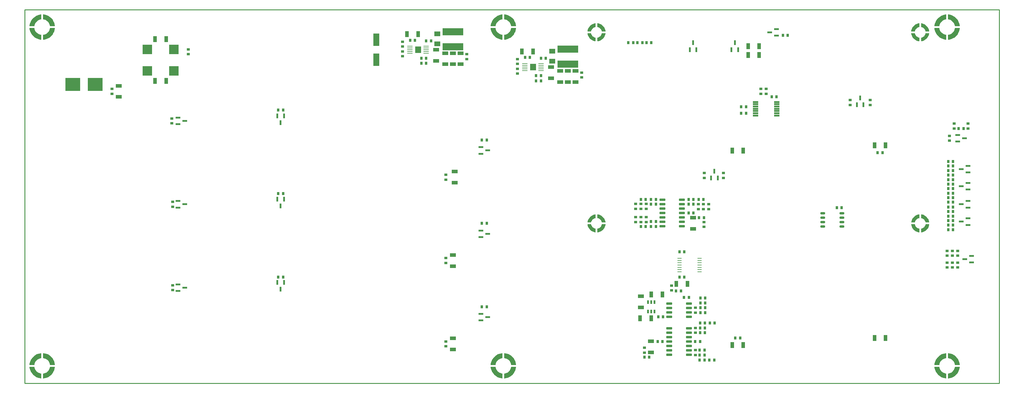
<source format=gtp>
G04 Layer_Color=10723209*
%FSLAX43Y43*%
%MOMM*%
G71*
G01*
G75*
%ADD10R,2.700X2.700*%
%ADD12R,6.000X2.000*%
%ADD13R,0.600X1.000*%
%ADD14R,1.350X0.600*%
%ADD15O,1.450X0.650*%
%ADD16R,1.800X1.340*%
%ADD17R,0.900X0.800*%
G04:AMPARAMS|DCode=18|XSize=0.45mm|YSize=1.6mm|CornerRadius=0.05mm|HoleSize=0mm|Usage=FLASHONLY|Rotation=90.000|XOffset=0mm|YOffset=0mm|HoleType=Round|Shape=RoundedRectangle|*
%AMROUNDEDRECTD18*
21,1,0.450,1.501,0,0,90.0*
21,1,0.351,1.600,0,0,90.0*
1,1,0.099,0.750,0.175*
1,1,0.099,0.750,-0.175*
1,1,0.099,-0.750,-0.175*
1,1,0.099,-0.750,0.175*
%
%ADD18ROUNDEDRECTD18*%
%ADD19R,4.240X3.810*%
%ADD20R,0.800X0.900*%
%ADD21R,1.800X3.550*%
G04:AMPARAMS|DCode=23|XSize=0.65mm|YSize=1.65mm|CornerRadius=0.049mm|HoleSize=0mm|Usage=FLASHONLY|Rotation=90.000|XOffset=0mm|YOffset=0mm|HoleType=Round|Shape=RoundedRectangle|*
%AMROUNDEDRECTD23*
21,1,0.650,1.552,0,0,90.0*
21,1,0.552,1.650,0,0,90.0*
1,1,0.098,0.776,0.276*
1,1,0.098,0.776,-0.276*
1,1,0.098,-0.776,-0.276*
1,1,0.098,-0.776,0.276*
%
%ADD23ROUNDEDRECTD23*%
%ADD24R,1.700X1.000*%
%ADD25R,1.000X1.700*%
G04:AMPARAMS|DCode=27|XSize=1.73mm|YSize=1.9mm|CornerRadius=0.052mm|HoleSize=0mm|Usage=FLASHONLY|Rotation=0.000|XOffset=0mm|YOffset=0mm|HoleType=Round|Shape=RoundedRectangle|*
%AMROUNDEDRECTD27*
21,1,1.730,1.796,0,0,0.0*
21,1,1.626,1.900,0,0,0.0*
1,1,0.104,0.813,-0.898*
1,1,0.104,-0.813,-0.898*
1,1,0.104,-0.813,0.898*
1,1,0.104,0.813,0.898*
%
%ADD27ROUNDEDRECTD27*%
%ADD28R,0.600X1.350*%
%ADD37C,0.254*%
%ADD77O,1.300X0.250*%
G04:AMPARAMS|DCode=78|XSize=0.2mm|YSize=1.45mm|CornerRadius=0mm|HoleSize=0mm|Usage=FLASHONLY|Rotation=90.000|XOffset=0mm|YOffset=0mm|HoleType=Round|Shape=RoundedRectangle|*
%AMROUNDEDRECTD78*
21,1,0.200,1.450,0,0,90.0*
21,1,0.200,1.450,0,0,90.0*
1,1,0.000,0.725,0.100*
1,1,0.000,0.725,-0.100*
1,1,0.000,-0.725,-0.100*
1,1,0.000,-0.725,0.100*
%
%ADD78ROUNDEDRECTD78*%
G36*
X255740Y45750D02*
X255764Y45632D01*
X255840Y45402D01*
X255950Y45188D01*
X256092Y44993D01*
X256263Y44822D01*
X256458Y44680D01*
X256672Y44570D01*
X256902Y44494D01*
X257020Y44470D01*
X257020Y44470D01*
X257020D01*
X257020Y43412D01*
X256797Y43434D01*
X256364Y43553D01*
X255958Y43744D01*
X255590Y44003D01*
X255273Y44320D01*
X255014Y44688D01*
X254823Y45094D01*
X254704Y45527D01*
X254682Y45750D01*
Y45750D01*
X255741D01*
X255740Y45750D01*
D02*
G37*
G36*
X166838Y45750D02*
X166816Y45527D01*
X166697Y45094D01*
X166506Y44688D01*
X166247Y44320D01*
X165930Y44003D01*
X165562Y43744D01*
X165156Y43553D01*
X164723Y43434D01*
X164500Y43412D01*
X164500D01*
Y44471D01*
X164500Y44470D01*
X164618Y44494D01*
X164848Y44570D01*
X165062Y44680D01*
X165257Y44822D01*
X165428Y44993D01*
X165570Y45188D01*
X165680Y45402D01*
X165756Y45632D01*
X165780Y45750D01*
Y45750D01*
Y45750D01*
X166838Y45750D01*
D02*
G37*
G36*
X162720Y45750D02*
X162744Y45632D01*
X162820Y45402D01*
X162930Y45188D01*
X163072Y44993D01*
X163243Y44822D01*
X163438Y44680D01*
X163652Y44570D01*
X163882Y44494D01*
X164000Y44470D01*
X164000Y44470D01*
X164000D01*
X164000Y43412D01*
X163777Y43434D01*
X163344Y43553D01*
X162938Y43744D01*
X162570Y44003D01*
X162253Y44320D01*
X161994Y44688D01*
X161803Y45094D01*
X161684Y45527D01*
X161662Y45750D01*
Y45750D01*
X162721D01*
X162720Y45750D01*
D02*
G37*
G36*
X141141Y5250D02*
Y5250D01*
D01*
Y5250D01*
D02*
G37*
G36*
X137250Y8641D02*
Y7236D01*
X137250D01*
Y7236D01*
X137063Y7207D01*
X136699Y7103D01*
X136358Y6938D01*
X136049Y6719D01*
X135781Y6452D01*
X135562Y6143D01*
X135398Y5801D01*
X135293Y5437D01*
X135264Y5250D01*
Y5250D01*
X133859D01*
X133874Y5468D01*
X133955Y5897D01*
X134087Y6313D01*
X134268Y6710D01*
X134495Y7083D01*
X134765Y7427D01*
X135074Y7735D01*
X135417Y8005D01*
X135790Y8232D01*
X136187Y8413D01*
X136603Y8545D01*
X137032Y8626D01*
X137250Y8641D01*
D01*
X137250D01*
X137250D01*
D02*
G37*
G36*
X259858Y45750D02*
X259836Y45527D01*
X259717Y45094D01*
X259526Y44688D01*
X259267Y44320D01*
X258950Y44003D01*
X258582Y43744D01*
X258176Y43553D01*
X257743Y43434D01*
X257520Y43412D01*
X257520D01*
Y44471D01*
X257520Y44470D01*
X257638Y44494D01*
X257868Y44570D01*
X258082Y44680D01*
X258277Y44822D01*
X258448Y44993D01*
X258590Y45188D01*
X258700Y45402D01*
X258776Y45632D01*
X258800Y45750D01*
Y45750D01*
Y45750D01*
X259858Y45750D01*
D02*
G37*
G36*
X257020Y47529D02*
X257020Y47530D01*
X256902Y47506D01*
X256672Y47430D01*
X256458Y47320D01*
X256263Y47178D01*
X256092Y47007D01*
X255950Y46812D01*
X255840Y46598D01*
X255764Y46368D01*
X255740Y46250D01*
X255740D01*
Y46250D01*
X254682D01*
X254704Y46473D01*
X254823Y46906D01*
X255014Y47312D01*
X255273Y47680D01*
X255590Y47997D01*
X255957Y48256D01*
X256364Y48447D01*
X256797Y48566D01*
X257020Y48588D01*
Y48588D01*
X257020D01*
Y47529D01*
D02*
G37*
G36*
X162720Y100750D02*
X162744Y100632D01*
X162820Y100402D01*
X162930Y100188D01*
X163072Y99993D01*
X163243Y99822D01*
X163438Y99680D01*
X163652Y99570D01*
X163882Y99494D01*
X164000Y99470D01*
X164000Y99470D01*
X164000D01*
X164000Y98412D01*
X163777Y98434D01*
X163344Y98553D01*
X162938Y98744D01*
X162570Y99003D01*
X162253Y99320D01*
X161994Y99688D01*
X161803Y100094D01*
X161684Y100527D01*
X161662Y100750D01*
Y100750D01*
X162721D01*
X162720Y100750D01*
D02*
G37*
G36*
X164000Y47529D02*
X164000Y47530D01*
X163882Y47506D01*
X163652Y47430D01*
X163438Y47320D01*
X163243Y47178D01*
X163072Y47007D01*
X162930Y46812D01*
X162820Y46598D01*
X162744Y46368D01*
X162720Y46250D01*
X162720D01*
Y46250D01*
X161662D01*
X161684Y46473D01*
X161803Y46906D01*
X161994Y47312D01*
X162253Y47680D01*
X162570Y47997D01*
X162938Y48256D01*
X163344Y48447D01*
X163777Y48566D01*
X164000Y48588D01*
Y48588D01*
X164000D01*
Y47529D01*
D02*
G37*
G36*
X164723Y48566D02*
X165156Y48447D01*
X165562Y48256D01*
X165930Y47997D01*
X166247Y47680D01*
X166506Y47312D01*
X166697Y46906D01*
X166816Y46473D01*
X166838Y46250D01*
X166838Y46250D01*
Y46250D01*
X165779D01*
X165780Y46250D01*
X165756Y46368D01*
X165680Y46598D01*
X165570Y46812D01*
X165428Y47007D01*
X165257Y47178D01*
X165062Y47320D01*
X164848Y47430D01*
X164618Y47506D01*
X164500Y47530D01*
X164500D01*
Y48588D01*
X164723Y48566D01*
D02*
G37*
G36*
X257743D02*
X258176Y48447D01*
X258582Y48256D01*
X258950Y47997D01*
X259267Y47680D01*
X259526Y47312D01*
X259717Y46906D01*
X259836Y46473D01*
X259858Y46250D01*
X259858Y46250D01*
Y46250D01*
X258799D01*
X258800Y46250D01*
X258776Y46368D01*
X258700Y46598D01*
X258590Y46812D01*
X258448Y47007D01*
X258277Y47178D01*
X258082Y47320D01*
X257868Y47430D01*
X257638Y47506D01*
X257520Y47530D01*
X257520D01*
Y48588D01*
X257743Y48566D01*
D02*
G37*
G36*
X2793Y4563D02*
X2897Y4199D01*
X3062Y3858D01*
X3281Y3549D01*
X3548Y3281D01*
X3857Y3062D01*
X4199Y2898D01*
X4563Y2793D01*
X4750Y2764D01*
X4750D01*
Y1359D01*
X4750Y1359D01*
X4532Y1374D01*
X4103Y1455D01*
X3687Y1587D01*
X3290Y1768D01*
X2917Y1995D01*
X2573Y2265D01*
X2265Y2573D01*
X1995Y2917D01*
X1768Y3290D01*
X1587Y3687D01*
X1455Y4103D01*
X1374Y4532D01*
X1359Y4750D01*
X1359Y4750D01*
X2764D01*
Y4750D01*
X2793Y4563D01*
D02*
G37*
G36*
X262793D02*
X262897Y4199D01*
X263062Y3858D01*
X263281Y3549D01*
X263548Y3281D01*
X263857Y3062D01*
X264199Y2898D01*
X264563Y2793D01*
X264750Y2764D01*
X264750D01*
Y1359D01*
X264750Y1359D01*
X264532Y1374D01*
X264103Y1455D01*
X263687Y1587D01*
X263290Y1768D01*
X262917Y1995D01*
X262573Y2265D01*
X262265Y2573D01*
X261995Y2917D01*
X261768Y3290D01*
X261587Y3687D01*
X261455Y4103D01*
X261374Y4532D01*
X261359Y4750D01*
X261359Y4750D01*
X262764D01*
Y4750D01*
X262793Y4563D01*
D02*
G37*
G36*
X141141Y4750D02*
X141126Y4532D01*
X141045Y4103D01*
X140913Y3687D01*
X140732Y3290D01*
X140505Y2917D01*
X140235Y2573D01*
X139926Y2265D01*
X139583Y1995D01*
X139210Y1768D01*
X138813Y1587D01*
X138397Y1455D01*
X137968Y1374D01*
X137750Y1359D01*
X137750Y1359D01*
Y2764D01*
X137750D01*
X137937Y2793D01*
X138301Y2897D01*
X138642Y3062D01*
X138951Y3281D01*
X139219Y3548D01*
X139438Y3857D01*
X139602Y4199D01*
X139707Y4563D01*
X139736Y4750D01*
X139736Y4750D01*
X141141D01*
Y4750D01*
D02*
G37*
G36*
X8641Y4750D02*
X8626Y4532D01*
X8545Y4103D01*
X8413Y3687D01*
X8232Y3290D01*
X8005Y2917D01*
X7735Y2573D01*
X7426Y2265D01*
X7083Y1995D01*
X6710Y1768D01*
X6313Y1587D01*
X5897Y1455D01*
X5468Y1373D01*
X5250Y1359D01*
X5250Y1359D01*
Y2764D01*
X5250D01*
X5437Y2793D01*
X5801Y2897D01*
X6142Y3062D01*
X6451Y3281D01*
X6719Y3548D01*
X6938Y3857D01*
X7102Y4199D01*
X7207Y4563D01*
X7236Y4750D01*
X7236Y4750D01*
X8641D01*
Y4750D01*
D02*
G37*
G36*
X268641D02*
X268626Y4532D01*
X268545Y4103D01*
X268413Y3687D01*
X268232Y3290D01*
X268005Y2917D01*
X267735Y2573D01*
X267427Y2265D01*
X267083Y1995D01*
X266710Y1768D01*
X266313Y1587D01*
X265897Y1455D01*
X265468Y1373D01*
X265250Y1359D01*
X265250Y1359D01*
Y2764D01*
X265250D01*
X265437Y2793D01*
X265801Y2897D01*
X266142Y3062D01*
X266451Y3281D01*
X266719Y3548D01*
X266938Y3857D01*
X267102Y4199D01*
X267207Y4563D01*
X267236Y4750D01*
X267236Y4750D01*
X268641D01*
Y4750D01*
D02*
G37*
G36*
X135293Y4563D02*
X135397Y4199D01*
X135562Y3858D01*
X135781Y3549D01*
X136048Y3281D01*
X136357Y3062D01*
X136699Y2898D01*
X137063Y2793D01*
X137250Y2764D01*
X137250D01*
Y1359D01*
X137250Y1359D01*
X137032Y1374D01*
X136603Y1455D01*
X136187Y1587D01*
X135790Y1768D01*
X135417Y1995D01*
X135073Y2265D01*
X134765Y2573D01*
X134495Y2917D01*
X134268Y3290D01*
X134087Y3687D01*
X133955Y4103D01*
X133874Y4532D01*
X133859Y4750D01*
X133859Y4750D01*
X135264D01*
Y4750D01*
X135293Y4563D01*
D02*
G37*
G36*
X4750Y8641D02*
Y7236D01*
X4750D01*
Y7236D01*
X4563Y7207D01*
X4199Y7102D01*
X3858Y6938D01*
X3549Y6719D01*
X3281Y6452D01*
X3062Y6143D01*
X2898Y5801D01*
X2793Y5437D01*
X2764Y5250D01*
Y5250D01*
X1359D01*
X1374Y5468D01*
X1455Y5897D01*
X1587Y6313D01*
X1768Y6710D01*
X1995Y7083D01*
X2265Y7427D01*
X2573Y7735D01*
X2917Y8005D01*
X3290Y8232D01*
X3687Y8413D01*
X4103Y8545D01*
X4532Y8626D01*
X4750Y8641D01*
D01*
X4750D01*
X4750D01*
D02*
G37*
G36*
X264750D02*
Y7236D01*
X264750D01*
Y7236D01*
X264563Y7207D01*
X264199Y7102D01*
X263858Y6938D01*
X263549Y6719D01*
X263281Y6452D01*
X263062Y6143D01*
X262898Y5801D01*
X262793Y5437D01*
X262764Y5250D01*
Y5250D01*
X261359D01*
X261374Y5468D01*
X261455Y5897D01*
X261587Y6313D01*
X261768Y6710D01*
X261995Y7083D01*
X262265Y7427D01*
X262573Y7735D01*
X262917Y8005D01*
X263290Y8232D01*
X263687Y8413D01*
X264103Y8545D01*
X264532Y8626D01*
X264750Y8641D01*
D01*
X264750D01*
X264750D01*
D02*
G37*
G36*
X265468Y8626D02*
X265897Y8545D01*
X266313Y8413D01*
X266710Y8232D01*
X267083Y8005D01*
X267427Y7735D01*
X267735Y7426D01*
X268005Y7083D01*
X268232Y6710D01*
X268413Y6313D01*
X268545Y5897D01*
X268626Y5468D01*
X268641Y5250D01*
D01*
Y5250D01*
Y5250D01*
X267236D01*
Y5250D01*
X267236Y5250D01*
X267207Y5437D01*
X267103Y5801D01*
X266938Y6142D01*
X266719Y6451D01*
X266452Y6719D01*
X266143Y6938D01*
X265801Y7102D01*
X265437Y7207D01*
X265250Y7236D01*
X265250Y7236D01*
Y8641D01*
X265468Y8626D01*
D02*
G37*
G36*
X5468D02*
X5897Y8545D01*
X6313Y8413D01*
X6710Y8232D01*
X7083Y8005D01*
X7427Y7735D01*
X7735Y7426D01*
X8005Y7083D01*
X8232Y6710D01*
X8413Y6313D01*
X8545Y5897D01*
X8626Y5468D01*
X8641Y5250D01*
D01*
Y5250D01*
Y5250D01*
X7236D01*
Y5250D01*
X7236Y5250D01*
X7207Y5437D01*
X7103Y5801D01*
X6938Y6142D01*
X6719Y6451D01*
X6452Y6719D01*
X6143Y6938D01*
X5801Y7102D01*
X5437Y7207D01*
X5250Y7236D01*
X5250Y7236D01*
Y8641D01*
X5468Y8626D01*
D02*
G37*
G36*
X137968Y8626D02*
X138397Y8545D01*
X138813Y8413D01*
X139210Y8232D01*
X139583Y8005D01*
X139927Y7735D01*
X140235Y7426D01*
X140505Y7083D01*
X140732Y6710D01*
X140913Y6313D01*
X141045Y5897D01*
X141126Y5468D01*
X141141Y5250D01*
X139736D01*
Y5250D01*
X139736Y5250D01*
X139707Y5437D01*
X139603Y5801D01*
X139438Y6142D01*
X139219Y6451D01*
X138952Y6719D01*
X138643Y6938D01*
X138301Y7102D01*
X137937Y7207D01*
X137750Y7236D01*
X137750Y7236D01*
Y8641D01*
X137968Y8626D01*
D02*
G37*
G36*
X255720Y100750D02*
X255744Y100632D01*
X255820Y100402D01*
X255930Y100188D01*
X256072Y99993D01*
X256243Y99822D01*
X256438Y99680D01*
X256652Y99570D01*
X256882Y99494D01*
X257000Y99470D01*
X257000Y99470D01*
X257000D01*
X257000Y98412D01*
X256777Y98434D01*
X256344Y98553D01*
X255938Y98744D01*
X255570Y99003D01*
X255253Y99320D01*
X254994Y99688D01*
X254803Y100094D01*
X254684Y100527D01*
X254662Y100750D01*
Y100750D01*
X255721D01*
X255720Y100750D01*
D02*
G37*
G36*
X141141Y102750D02*
Y102750D01*
D01*
Y102750D01*
D02*
G37*
G36*
X265468Y106126D02*
X265897Y106045D01*
X266313Y105913D01*
X266710Y105732D01*
X267083Y105505D01*
X267427Y105235D01*
X267735Y104926D01*
X268005Y104583D01*
X268232Y104210D01*
X268413Y103813D01*
X268545Y103397D01*
X268626Y102968D01*
X268641Y102750D01*
D01*
Y102750D01*
Y102750D01*
X267236D01*
Y102750D01*
X267236Y102750D01*
X267207Y102937D01*
X267103Y103301D01*
X266938Y103642D01*
X266719Y103951D01*
X266452Y104219D01*
X266143Y104438D01*
X265801Y104602D01*
X265437Y104707D01*
X265250Y104736D01*
X265250Y104736D01*
Y106141D01*
X265468Y106126D01*
D02*
G37*
G36*
X5468D02*
X5897Y106045D01*
X6313Y105913D01*
X6710Y105732D01*
X7083Y105505D01*
X7427Y105235D01*
X7735Y104926D01*
X8005Y104583D01*
X8232Y104210D01*
X8413Y103813D01*
X8545Y103397D01*
X8626Y102968D01*
X8641Y102750D01*
D01*
Y102750D01*
Y102750D01*
X7236D01*
Y102750D01*
X7236Y102750D01*
X7207Y102937D01*
X7103Y103301D01*
X6938Y103642D01*
X6719Y103951D01*
X6452Y104219D01*
X6143Y104438D01*
X5801Y104602D01*
X5437Y104707D01*
X5250Y104736D01*
X5250Y104736D01*
Y106141D01*
X5468Y106126D01*
D02*
G37*
G36*
X257000Y102529D02*
X257000Y102530D01*
X256882Y102506D01*
X256652Y102430D01*
X256438Y102320D01*
X256243Y102178D01*
X256072Y102007D01*
X255930Y101812D01*
X255820Y101598D01*
X255744Y101368D01*
X255720Y101250D01*
X255720D01*
Y101250D01*
X254662D01*
X254684Y101473D01*
X254803Y101906D01*
X254994Y102312D01*
X255253Y102680D01*
X255570Y102997D01*
X255938Y103256D01*
X256344Y103447D01*
X256777Y103566D01*
X257000Y103588D01*
Y103588D01*
X257000D01*
Y102529D01*
D02*
G37*
G36*
X137968Y106126D02*
X138397Y106045D01*
X138813Y105913D01*
X139210Y105732D01*
X139583Y105505D01*
X139927Y105235D01*
X140235Y104926D01*
X140505Y104583D01*
X140732Y104210D01*
X140913Y103813D01*
X141045Y103397D01*
X141126Y102968D01*
X141141Y102750D01*
X139736D01*
Y102750D01*
X139736Y102750D01*
X139707Y102937D01*
X139603Y103301D01*
X139438Y103642D01*
X139219Y103951D01*
X138952Y104219D01*
X138643Y104438D01*
X138301Y104602D01*
X137937Y104707D01*
X137750Y104736D01*
X137750Y104736D01*
Y106141D01*
X137968Y106126D01*
D02*
G37*
G36*
X4750Y104736D02*
X4750D01*
Y104736D01*
X4563Y104707D01*
X4199Y104603D01*
X3858Y104438D01*
X3549Y104219D01*
X3281Y103952D01*
X3062Y103643D01*
X2898Y103301D01*
X2793Y102937D01*
X2764Y102750D01*
Y102750D01*
X1359D01*
X1374Y102968D01*
X1455Y103397D01*
X1587Y103813D01*
X1768Y104210D01*
X1995Y104583D01*
X2265Y104927D01*
X2573Y105235D01*
X2917Y105505D01*
X3290Y105732D01*
X3687Y105913D01*
X4103Y106045D01*
X4532Y106126D01*
X4750Y106141D01*
Y104736D01*
D02*
G37*
G36*
X137250Y106141D02*
D01*
X137250D01*
X137250D01*
D02*
G37*
G36*
X264750D02*
D01*
X264750D01*
X264750D01*
D02*
G37*
G36*
X4750D02*
D01*
X4750D01*
X4750D01*
D02*
G37*
G36*
X137250Y104736D02*
X137250D01*
Y104736D01*
X137063Y104707D01*
X136699Y104603D01*
X136358Y104438D01*
X136049Y104219D01*
X135781Y103952D01*
X135562Y103643D01*
X135398Y103301D01*
X135293Y102937D01*
X135264Y102750D01*
Y102750D01*
X133859D01*
X133874Y102968D01*
X133955Y103397D01*
X134087Y103813D01*
X134268Y104210D01*
X134495Y104583D01*
X134765Y104927D01*
X135074Y105235D01*
X135417Y105505D01*
X135790Y105732D01*
X136187Y105913D01*
X136603Y106045D01*
X137032Y106126D01*
X137250Y106141D01*
Y104736D01*
D02*
G37*
G36*
X264750D02*
X264750D01*
Y104736D01*
X264563Y104707D01*
X264199Y104603D01*
X263858Y104438D01*
X263549Y104219D01*
X263281Y103952D01*
X263062Y103643D01*
X262898Y103301D01*
X262793Y102937D01*
X262764Y102750D01*
Y102750D01*
X261359D01*
X261374Y102968D01*
X261455Y103397D01*
X261587Y103813D01*
X261768Y104210D01*
X261995Y104583D01*
X262265Y104927D01*
X262573Y105235D01*
X262917Y105505D01*
X263290Y105732D01*
X263687Y105913D01*
X264103Y106045D01*
X264532Y106126D01*
X264750Y106141D01*
Y104736D01*
D02*
G37*
G36*
X166838Y100750D02*
X166816Y100527D01*
X166697Y100094D01*
X166506Y99688D01*
X166247Y99320D01*
X165930Y99003D01*
X165562Y98744D01*
X165156Y98553D01*
X164723Y98434D01*
X164500Y98412D01*
X164500D01*
Y99471D01*
X164500Y99470D01*
X164618Y99494D01*
X164848Y99570D01*
X165062Y99680D01*
X165257Y99822D01*
X165428Y99993D01*
X165570Y100188D01*
X165680Y100402D01*
X165756Y100632D01*
X165780Y100750D01*
Y100750D01*
Y100750D01*
X166838Y100750D01*
D02*
G37*
G36*
X259838D02*
X259816Y100527D01*
X259697Y100094D01*
X259506Y99688D01*
X259247Y99320D01*
X258930Y99003D01*
X258562Y98744D01*
X258156Y98553D01*
X257723Y98434D01*
X257500Y98412D01*
X257500D01*
Y99471D01*
X257500Y99470D01*
X257618Y99494D01*
X257848Y99570D01*
X258062Y99680D01*
X258257Y99822D01*
X258428Y99993D01*
X258570Y100188D01*
X258680Y100402D01*
X258756Y100632D01*
X258780Y100750D01*
Y100750D01*
Y100750D01*
X259838Y100750D01*
D02*
G37*
G36*
X268641Y102250D02*
X268626Y102032D01*
X268545Y101603D01*
X268413Y101187D01*
X268232Y100790D01*
X268005Y100417D01*
X267735Y100073D01*
X267427Y99765D01*
X267083Y99495D01*
X266710Y99268D01*
X266313Y99087D01*
X265897Y98955D01*
X265468Y98874D01*
X265250Y98859D01*
X265250Y98859D01*
Y100264D01*
X265250D01*
X265437Y100293D01*
X265801Y100397D01*
X266142Y100562D01*
X266451Y100781D01*
X266719Y101048D01*
X266938Y101357D01*
X267102Y101699D01*
X267207Y102063D01*
X267236Y102250D01*
X267236Y102250D01*
X268641D01*
Y102250D01*
D02*
G37*
G36*
X8641D02*
X8626Y102032D01*
X8545Y101603D01*
X8413Y101187D01*
X8232Y100790D01*
X8005Y100417D01*
X7735Y100073D01*
X7426Y99765D01*
X7083Y99495D01*
X6710Y99268D01*
X6313Y99087D01*
X5897Y98955D01*
X5468Y98874D01*
X5250Y98859D01*
X5250Y98859D01*
Y100264D01*
X5250D01*
X5437Y100293D01*
X5801Y100397D01*
X6142Y100562D01*
X6451Y100781D01*
X6719Y101048D01*
X6938Y101357D01*
X7102Y101699D01*
X7207Y102063D01*
X7236Y102250D01*
X7236Y102250D01*
X8641D01*
Y102250D01*
D02*
G37*
G36*
X141141D02*
X141126Y102032D01*
X141045Y101603D01*
X140913Y101187D01*
X140732Y100790D01*
X140505Y100417D01*
X140235Y100073D01*
X139926Y99765D01*
X139583Y99495D01*
X139210Y99268D01*
X138813Y99087D01*
X138397Y98955D01*
X137968Y98874D01*
X137750Y98859D01*
X137750Y98859D01*
Y100264D01*
X137750D01*
X137937Y100293D01*
X138301Y100397D01*
X138642Y100562D01*
X138951Y100781D01*
X139219Y101048D01*
X139438Y101357D01*
X139602Y101699D01*
X139707Y102063D01*
X139736Y102250D01*
X139736Y102250D01*
X141141D01*
Y102250D01*
D02*
G37*
G36*
X164723Y103566D02*
X165156Y103447D01*
X165562Y103256D01*
X165930Y102997D01*
X166247Y102680D01*
X166506Y102312D01*
X166697Y101906D01*
X166816Y101473D01*
X166838Y101250D01*
X166838Y101250D01*
Y101250D01*
X165779D01*
X165780Y101250D01*
X165756Y101368D01*
X165680Y101598D01*
X165570Y101812D01*
X165428Y102007D01*
X165257Y102178D01*
X165062Y102320D01*
X164848Y102430D01*
X164618Y102506D01*
X164500Y102530D01*
X164500D01*
Y103588D01*
X164723Y103566D01*
D02*
G37*
G36*
X262793Y102063D02*
X262897Y101699D01*
X263062Y101358D01*
X263281Y101049D01*
X263548Y100781D01*
X263857Y100562D01*
X264199Y100398D01*
X264563Y100293D01*
X264750Y100264D01*
X264750D01*
Y98859D01*
X264750Y98859D01*
X264532Y98874D01*
X264103Y98955D01*
X263687Y99087D01*
X263290Y99268D01*
X262917Y99495D01*
X262573Y99765D01*
X262265Y100074D01*
X261995Y100417D01*
X261768Y100790D01*
X261587Y101187D01*
X261455Y101603D01*
X261374Y102032D01*
X261359Y102250D01*
X261359Y102250D01*
X262764D01*
Y102250D01*
X262793Y102063D01*
D02*
G37*
G36*
X164000Y102529D02*
X164000Y102530D01*
X163882Y102506D01*
X163652Y102430D01*
X163438Y102320D01*
X163243Y102178D01*
X163072Y102007D01*
X162930Y101812D01*
X162820Y101598D01*
X162744Y101368D01*
X162720Y101250D01*
X162720D01*
Y101250D01*
X161662D01*
X161684Y101473D01*
X161803Y101906D01*
X161994Y102312D01*
X162253Y102680D01*
X162570Y102997D01*
X162938Y103256D01*
X163344Y103447D01*
X163777Y103566D01*
X164000Y103588D01*
Y103588D01*
X164000D01*
Y102529D01*
D02*
G37*
G36*
X135293Y102063D02*
X135397Y101699D01*
X135562Y101358D01*
X135781Y101049D01*
X136048Y100781D01*
X136357Y100562D01*
X136699Y100398D01*
X137063Y100293D01*
X137250Y100264D01*
X137250D01*
Y98859D01*
X137250Y98859D01*
X137032Y98874D01*
X136603Y98955D01*
X136187Y99087D01*
X135790Y99268D01*
X135417Y99495D01*
X135073Y99765D01*
X134765Y100074D01*
X134495Y100417D01*
X134268Y100790D01*
X134087Y101187D01*
X133955Y101603D01*
X133874Y102032D01*
X133859Y102250D01*
X133859Y102250D01*
X135264D01*
Y102250D01*
X135293Y102063D01*
D02*
G37*
G36*
X257723Y103566D02*
X258156Y103447D01*
X258562Y103256D01*
X258930Y102997D01*
X259247Y102680D01*
X259506Y102312D01*
X259697Y101906D01*
X259816Y101473D01*
X259838Y101250D01*
X259838Y101250D01*
Y101250D01*
X258779D01*
X258780Y101250D01*
X258756Y101368D01*
X258680Y101598D01*
X258570Y101812D01*
X258428Y102007D01*
X258257Y102178D01*
X258062Y102320D01*
X257848Y102430D01*
X257618Y102506D01*
X257500Y102530D01*
X257500D01*
Y103588D01*
X257723Y103566D01*
D02*
G37*
G36*
X2793Y102063D02*
X2897Y101699D01*
X3062Y101358D01*
X3281Y101049D01*
X3548Y100781D01*
X3857Y100562D01*
X4199Y100398D01*
X4563Y100293D01*
X4750Y100264D01*
X4750D01*
Y98859D01*
X4750Y98859D01*
X4532Y98874D01*
X4103Y98955D01*
X3687Y99087D01*
X3290Y99268D01*
X2917Y99495D01*
X2573Y99765D01*
X2265Y100074D01*
X1995Y100417D01*
X1768Y100790D01*
X1587Y101187D01*
X1455Y101603D01*
X1374Y102032D01*
X1359Y102250D01*
X1359Y102250D01*
X2764D01*
Y102250D01*
X2793Y102063D01*
D02*
G37*
D10*
X35190Y96110D02*
D03*
X42810D02*
D03*
Y89890D02*
D03*
X35190D02*
D03*
D12*
X156000Y96150D02*
D03*
Y91850D02*
D03*
X123000Y101150D02*
D03*
Y96850D02*
D03*
D13*
X179050Y23375D02*
D03*
X180000D02*
D03*
X180950D02*
D03*
Y20625D02*
D03*
X180000D02*
D03*
X179050D02*
D03*
D14*
X268025Y71450D02*
D03*
Y69550D02*
D03*
X269975Y70500D02*
D03*
X214025Y101000D02*
D03*
X215975Y101950D02*
D03*
Y100050D02*
D03*
X132975Y67000D02*
D03*
X131025Y66050D02*
D03*
Y67950D02*
D03*
X132975Y43000D02*
D03*
X131025Y42050D02*
D03*
Y43950D02*
D03*
X132975Y19000D02*
D03*
X131025Y18050D02*
D03*
Y19950D02*
D03*
X45975Y75500D02*
D03*
X44025Y74550D02*
D03*
Y76450D02*
D03*
X45975Y51500D02*
D03*
X44025Y50550D02*
D03*
Y52450D02*
D03*
X45975Y27500D02*
D03*
X44025Y26550D02*
D03*
Y28450D02*
D03*
X269025Y61600D02*
D03*
X270975Y62550D02*
D03*
Y60650D02*
D03*
X269025Y56700D02*
D03*
X270975Y57650D02*
D03*
Y55750D02*
D03*
X269025Y51500D02*
D03*
X270975Y52450D02*
D03*
Y50550D02*
D03*
X269025Y46500D02*
D03*
X270975Y47450D02*
D03*
Y45550D02*
D03*
X271975Y34750D02*
D03*
Y36650D02*
D03*
X270025Y35700D02*
D03*
D15*
X229275Y48905D02*
D03*
Y47635D02*
D03*
Y46365D02*
D03*
Y45095D02*
D03*
X234725Y48905D02*
D03*
Y47635D02*
D03*
Y46365D02*
D03*
Y45095D02*
D03*
D16*
X151500Y92670D02*
D03*
Y95530D02*
D03*
X118500Y97670D02*
D03*
Y100530D02*
D03*
D17*
X213000Y84700D02*
D03*
Y83300D02*
D03*
X267000Y73300D02*
D03*
Y74700D02*
D03*
X268000Y33300D02*
D03*
Y34700D02*
D03*
Y38100D02*
D03*
Y36700D02*
D03*
X42200Y76200D02*
D03*
Y74800D02*
D03*
X237100Y81500D02*
D03*
Y80100D02*
D03*
X42500Y52200D02*
D03*
Y50800D02*
D03*
X242900Y81500D02*
D03*
Y80100D02*
D03*
X42500Y28200D02*
D03*
Y26800D02*
D03*
X108500Y98300D02*
D03*
Y96900D02*
D03*
X141500Y93300D02*
D03*
Y91900D02*
D03*
X195000Y51500D02*
D03*
Y50100D02*
D03*
X196500D02*
D03*
Y51500D02*
D03*
X177000Y51600D02*
D03*
Y50200D02*
D03*
X175500D02*
D03*
Y51600D02*
D03*
X177000Y46400D02*
D03*
Y47800D02*
D03*
X175500D02*
D03*
Y46400D02*
D03*
X185800Y28100D02*
D03*
Y26700D02*
D03*
X108500Y95500D02*
D03*
Y94100D02*
D03*
X127000Y94700D02*
D03*
Y93300D02*
D03*
X141500Y89100D02*
D03*
Y90500D02*
D03*
X160000Y88000D02*
D03*
Y89400D02*
D03*
X47000Y94700D02*
D03*
Y96100D02*
D03*
X25000Y83300D02*
D03*
Y84700D02*
D03*
X200730Y60470D02*
D03*
Y59070D02*
D03*
X195230Y60470D02*
D03*
Y59070D02*
D03*
X195100Y45000D02*
D03*
Y46400D02*
D03*
X121000Y58600D02*
D03*
Y60000D02*
D03*
X193500Y51500D02*
D03*
Y50100D02*
D03*
X121000Y34600D02*
D03*
Y36000D02*
D03*
X178500Y51600D02*
D03*
Y50200D02*
D03*
X121000Y10600D02*
D03*
Y12000D02*
D03*
X178500Y46400D02*
D03*
Y47800D02*
D03*
X178000Y10200D02*
D03*
Y8800D02*
D03*
X192700Y9500D02*
D03*
Y8100D02*
D03*
Y20300D02*
D03*
Y21700D02*
D03*
Y14500D02*
D03*
Y15900D02*
D03*
X271000Y73300D02*
D03*
Y74700D02*
D03*
X266500Y38100D02*
D03*
Y36700D02*
D03*
Y33300D02*
D03*
Y34700D02*
D03*
X265000Y38100D02*
D03*
Y36700D02*
D03*
Y34700D02*
D03*
Y33300D02*
D03*
X265700Y71200D02*
D03*
Y69800D02*
D03*
X211500Y84700D02*
D03*
Y83300D02*
D03*
D18*
X209950Y80950D02*
D03*
Y80300D02*
D03*
Y79650D02*
D03*
Y79000D02*
D03*
Y78350D02*
D03*
Y77700D02*
D03*
Y77050D02*
D03*
X216050Y80950D02*
D03*
Y80300D02*
D03*
Y79650D02*
D03*
Y79000D02*
D03*
Y78350D02*
D03*
Y77700D02*
D03*
Y77050D02*
D03*
D19*
X13815Y86000D02*
D03*
X20185D02*
D03*
D20*
X269700Y73300D02*
D03*
X268300D02*
D03*
X219200Y100100D02*
D03*
X217800D02*
D03*
X265300Y44200D02*
D03*
X266700D02*
D03*
X265300Y48100D02*
D03*
X266700D02*
D03*
X265300Y49400D02*
D03*
X266700D02*
D03*
X265300Y53400D02*
D03*
X266700D02*
D03*
X265300Y54700D02*
D03*
X266700D02*
D03*
X265300Y58600D02*
D03*
X266700D02*
D03*
X265300Y59900D02*
D03*
X266700D02*
D03*
X265300Y63800D02*
D03*
X266700D02*
D03*
Y62500D02*
D03*
X265300D02*
D03*
X266700Y61200D02*
D03*
X265300D02*
D03*
X266700Y57300D02*
D03*
X265300D02*
D03*
X266700Y56000D02*
D03*
X265300D02*
D03*
X195300Y9500D02*
D03*
X193900D02*
D03*
Y6700D02*
D03*
X195300D02*
D03*
Y8100D02*
D03*
X193900D02*
D03*
X189400Y24700D02*
D03*
X190800D02*
D03*
X182000Y19100D02*
D03*
X183400D02*
D03*
X194000Y12000D02*
D03*
X192600D02*
D03*
X178600Y98000D02*
D03*
X180000D02*
D03*
X177400D02*
D03*
X176000D02*
D03*
X266700Y52100D02*
D03*
X265300D02*
D03*
X266700Y50700D02*
D03*
X265300D02*
D03*
X266700Y46800D02*
D03*
X265300D02*
D03*
X266700Y45500D02*
D03*
X265300D02*
D03*
X74200Y78600D02*
D03*
X72800D02*
D03*
X74200Y54600D02*
D03*
X72800D02*
D03*
X74200Y30500D02*
D03*
X72800D02*
D03*
X113900Y93500D02*
D03*
X115300D02*
D03*
Y92100D02*
D03*
X113900D02*
D03*
X146900Y88500D02*
D03*
X148300D02*
D03*
Y87000D02*
D03*
X146900D02*
D03*
X132700Y70000D02*
D03*
X131300D02*
D03*
X192100Y51500D02*
D03*
X190700D02*
D03*
Y52900D02*
D03*
X192100D02*
D03*
X132700Y46000D02*
D03*
X131300D02*
D03*
X179900Y51500D02*
D03*
X181300D02*
D03*
Y52900D02*
D03*
X179900D02*
D03*
X132700Y22000D02*
D03*
X131300D02*
D03*
X179900Y46500D02*
D03*
X181300D02*
D03*
Y45100D02*
D03*
X179900D02*
D03*
X195500Y20300D02*
D03*
X194100D02*
D03*
Y24500D02*
D03*
X195500D02*
D03*
Y21700D02*
D03*
X194100D02*
D03*
X195400Y14500D02*
D03*
X194000D02*
D03*
X195400Y15900D02*
D03*
X194000D02*
D03*
Y17300D02*
D03*
X195400D02*
D03*
X193700Y47600D02*
D03*
X195100D02*
D03*
X179400Y7500D02*
D03*
X178000D02*
D03*
X214600Y82400D02*
D03*
X216000D02*
D03*
X174800Y98000D02*
D03*
X173400D02*
D03*
X110700Y98700D02*
D03*
X112100D02*
D03*
X116700Y98500D02*
D03*
X115300D02*
D03*
X145100Y93800D02*
D03*
X143700D02*
D03*
X149700Y93500D02*
D03*
X148300D02*
D03*
X233300Y50500D02*
D03*
X234700D02*
D03*
X246430Y66370D02*
D03*
X245030D02*
D03*
X204130Y12970D02*
D03*
X205530D02*
D03*
X192100Y49000D02*
D03*
X190700D02*
D03*
X189500Y30500D02*
D03*
X188100D02*
D03*
X188500Y26600D02*
D03*
X187100D02*
D03*
X193600Y52900D02*
D03*
X195000D02*
D03*
X178400D02*
D03*
X177000D02*
D03*
X189500Y37800D02*
D03*
X188100D02*
D03*
X178400Y45100D02*
D03*
X177000D02*
D03*
X181800Y12000D02*
D03*
X183200D02*
D03*
X196700Y6700D02*
D03*
X198100D02*
D03*
X195500Y23100D02*
D03*
X194100D02*
D03*
X198200Y17300D02*
D03*
X196800D02*
D03*
X205800Y79600D02*
D03*
X207200D02*
D03*
X205800Y77700D02*
D03*
X207200D02*
D03*
D21*
X101000Y98875D02*
D03*
Y93125D02*
D03*
D23*
X185175Y15810D02*
D03*
Y14540D02*
D03*
Y13270D02*
D03*
Y12000D02*
D03*
Y10730D02*
D03*
Y9460D02*
D03*
Y8190D02*
D03*
X190825Y15810D02*
D03*
Y14540D02*
D03*
Y13270D02*
D03*
Y12000D02*
D03*
Y10730D02*
D03*
Y9460D02*
D03*
Y8190D02*
D03*
X185175Y22905D02*
D03*
Y21635D02*
D03*
Y20365D02*
D03*
Y19095D02*
D03*
X190825Y22905D02*
D03*
Y21635D02*
D03*
Y20365D02*
D03*
Y19095D02*
D03*
X188825Y45190D02*
D03*
Y46460D02*
D03*
Y47730D02*
D03*
Y49000D02*
D03*
Y50270D02*
D03*
Y51540D02*
D03*
Y52810D02*
D03*
X183175Y45190D02*
D03*
Y46460D02*
D03*
Y47730D02*
D03*
Y49000D02*
D03*
Y50270D02*
D03*
Y51540D02*
D03*
Y52810D02*
D03*
D24*
X179900Y8900D02*
D03*
Y12100D02*
D03*
X125200Y95000D02*
D03*
Y91800D02*
D03*
X177000Y25000D02*
D03*
Y21800D02*
D03*
X118200Y96000D02*
D03*
Y92800D02*
D03*
X151200Y91000D02*
D03*
Y87800D02*
D03*
X123000Y95000D02*
D03*
Y91800D02*
D03*
X120800Y95000D02*
D03*
Y91800D02*
D03*
X158200Y89900D02*
D03*
Y86700D02*
D03*
X156000Y89900D02*
D03*
Y86700D02*
D03*
X153800Y89900D02*
D03*
Y86700D02*
D03*
X27000Y85600D02*
D03*
Y82400D02*
D03*
X192000Y47600D02*
D03*
Y44400D02*
D03*
X123500Y60900D02*
D03*
Y57700D02*
D03*
X123000Y36900D02*
D03*
Y33700D02*
D03*
Y12900D02*
D03*
Y9700D02*
D03*
D25*
X40600Y99000D02*
D03*
X37400D02*
D03*
X180000Y18700D02*
D03*
X176800D02*
D03*
X180000Y25500D02*
D03*
X183200D02*
D03*
X211000Y97000D02*
D03*
X207800D02*
D03*
X211000Y94500D02*
D03*
X207800D02*
D03*
X40600Y87000D02*
D03*
X37400D02*
D03*
X109800Y100500D02*
D03*
X113000D02*
D03*
X142800Y95500D02*
D03*
X146000D02*
D03*
X203230Y66970D02*
D03*
X206430D02*
D03*
X247330Y12970D02*
D03*
X244130D02*
D03*
Y68470D02*
D03*
X247330D02*
D03*
X206430Y10970D02*
D03*
X203230D02*
D03*
X187200Y28600D02*
D03*
X190400D02*
D03*
D27*
X146000Y91000D02*
D03*
X113000Y96000D02*
D03*
D28*
X198130Y61045D02*
D03*
X199080Y59095D02*
D03*
X197180D02*
D03*
X73500Y75025D02*
D03*
X72550Y76975D02*
D03*
X74450D02*
D03*
X73500Y51025D02*
D03*
X72550Y52975D02*
D03*
X74450D02*
D03*
X73500Y27025D02*
D03*
X72550Y28975D02*
D03*
X74450D02*
D03*
X204000Y97975D02*
D03*
X204950Y96025D02*
D03*
X203050D02*
D03*
X192000Y97975D02*
D03*
X192950Y96025D02*
D03*
X191050D02*
D03*
X240000Y82075D02*
D03*
X240950Y80125D02*
D03*
X239050D02*
D03*
D37*
X0Y0D02*
X280000D01*
Y107500D01*
X0D02*
X280000D01*
X0Y0D02*
Y107500D01*
D77*
X193875Y32050D02*
D03*
Y32700D02*
D03*
Y33350D02*
D03*
Y34000D02*
D03*
Y34650D02*
D03*
Y35300D02*
D03*
Y35950D02*
D03*
X188125Y32050D02*
D03*
Y32700D02*
D03*
Y33350D02*
D03*
Y34000D02*
D03*
Y34650D02*
D03*
Y35300D02*
D03*
Y35950D02*
D03*
D78*
X148325Y90000D02*
D03*
Y90500D02*
D03*
Y91000D02*
D03*
Y91500D02*
D03*
X143675Y90000D02*
D03*
Y90500D02*
D03*
Y91000D02*
D03*
Y91500D02*
D03*
Y92000D02*
D03*
X148325D02*
D03*
X115325Y97000D02*
D03*
X110675D02*
D03*
Y96500D02*
D03*
Y96000D02*
D03*
Y95500D02*
D03*
Y95000D02*
D03*
X115325Y96500D02*
D03*
Y96000D02*
D03*
Y95500D02*
D03*
Y95000D02*
D03*
M02*

</source>
